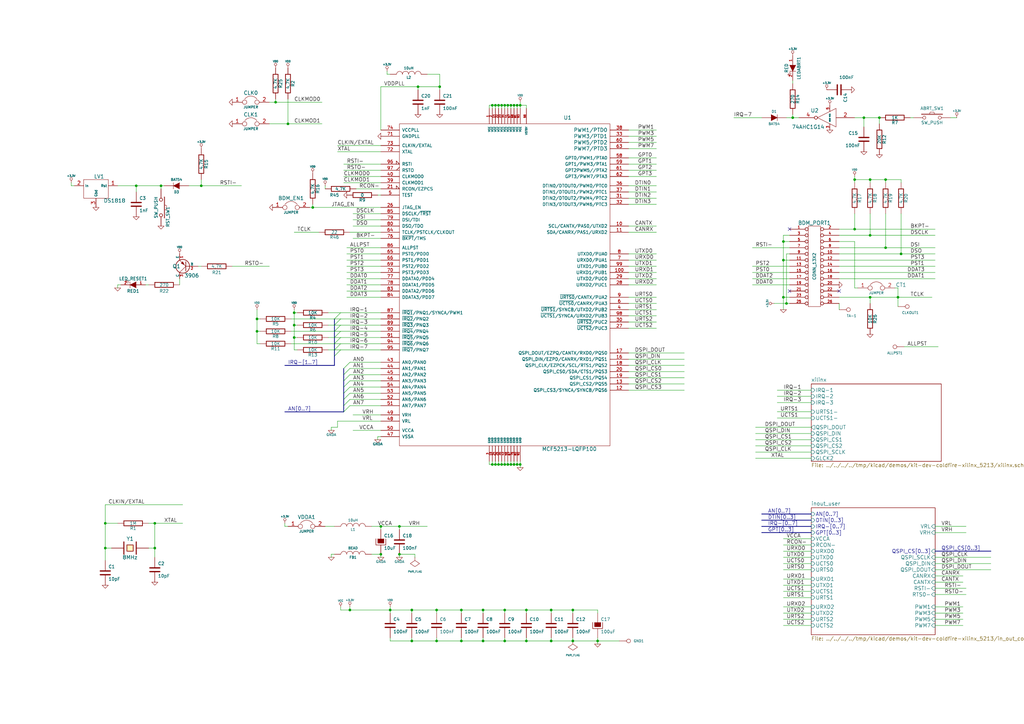
<source format=kicad_sch>
(kicad_sch (version 20230121) (generator eeschema)
  (paper "A3")
  (title_block (title "Dev kit coldfire 5213") (date "8 feb 2008") (rev "0"))
  (junction (at 189.23 250.19))
  (junction (at 207.01 262.89))
  (junction (at 201.93 190.5))
  (junction (at 113.03 41.91))
  (junction (at 321.31 121.92))
  (junction (at 350.52 93.98))
  (junction (at 209.55 43.18))
  (junction (at 198.12 250.19))
  (junction (at 205.74 190.5))
  (junction (at 120.65 128.27))
  (junction (at 321.31 99.06))
  (junction (at 356.87 121.92))
  (junction (at 163.83 215.9))
  (junction (at 356.87 73.66))
  (junction (at 171.45 35.56))
  (junction (at 245.11 262.89))
  (junction (at 63.5 214.63))
  (junction (at 43.18 214.63))
  (junction (at 143.51 250.19))
  (junction (at 207.01 43.18))
  (junction (at 234.95 250.19))
  (junction (at 43.18 224.79))
  (junction (at 66.04 76.2))
  (junction (at 356.87 96.52))
  (junction (at 212.09 190.5))
  (junction (at 363.22 73.66))
  (junction (at 105.41 135.89))
  (junction (at 203.2 43.18))
  (junction (at 213.36 43.18))
  (junction (at 213.36 190.5))
  (junction (at 189.23 262.89))
  (junction (at 163.83 227.33))
  (junction (at 82.55 76.2))
  (junction (at 210.82 43.18))
  (junction (at 156.21 215.9))
  (junction (at 215.9 262.89))
  (junction (at 209.55 190.5))
  (junction (at 63.5 224.79))
  (junction (at 55.88 76.2))
  (junction (at 321.31 106.68))
  (junction (at 168.91 250.19))
  (junction (at 204.47 190.5))
  (junction (at 360.68 48.26))
  (junction (at 226.06 262.89))
  (junction (at 128.27 85.09))
  (junction (at 120.65 138.43))
  (junction (at 168.91 262.89))
  (junction (at 208.28 190.5))
  (junction (at 201.93 43.18))
  (junction (at 210.82 190.5))
  (junction (at 354.33 48.26))
  (junction (at 156.21 227.33))
  (junction (at 198.12 262.89))
  (junction (at 207.01 250.19))
  (junction (at 179.07 262.89))
  (junction (at 205.74 43.18))
  (junction (at 369.57 104.14))
  (junction (at 350.52 73.66))
  (junction (at 322.58 124.46))
  (junction (at 226.06 250.19))
  (junction (at 160.02 250.19))
  (junction (at 120.65 133.35))
  (junction (at 215.9 250.19))
  (junction (at 207.01 190.5))
  (junction (at 363.22 101.6))
  (junction (at 234.95 262.89))
  (junction (at 204.47 43.18))
  (junction (at 325.12 48.26))
  (junction (at 118.11 50.8))
  (junction (at 203.2 190.5))
  (junction (at 105.41 130.81))
  (junction (at 368.3 121.92))
  (junction (at 212.09 43.18))
  (junction (at 180.34 35.56))
  (junction (at 208.28 43.18))
  (junction (at 179.07 250.19))
  (no_connect (at 323.85 93.98))
  (no_connect (at 344.17 119.38))
  (no_connect (at 323.85 119.38))
  (bus_entry (at 140.97 163.83) (size 2.54 -2.54))
  (bus_entry (at 140.97 166.37) (size 2.54 -2.54))
  (bus_entry (at 140.97 156.21) (size 2.54 -2.54))
  (bus_entry (at 140.97 153.67) (size 2.54 -2.54))
  (bus_entry (at 137.16 143.51) (size 2.54 -2.54))
  (bus_entry (at 140.97 161.29) (size 2.54 -2.54))
  (bus_entry (at 137.16 133.35) (size 2.54 -2.54))
  (bus_entry (at 140.97 158.75) (size 2.54 -2.54))
  (bus_entry (at 137.16 146.05) (size 2.54 -2.54))
  (bus_entry (at 140.97 168.91) (size 2.54 -2.54))
  (bus_entry (at 137.16 138.43) (size 2.54 -2.54))
  (bus_entry (at 140.97 151.13) (size 2.54 -2.54))
  (bus_entry (at 137.16 140.97) (size 2.54 -2.54))
  (bus_entry (at 137.16 130.81) (size 2.54 -2.54))
  (bus_entry (at 137.16 135.89) (size 2.54 -2.54))
  (wire (pts (xy 332.74 175.26) (xy 309.88 175.26)))
  (wire (pts (xy 325.12 48.26) (xy 322.58 48.26)))
  (wire (pts (xy 215.9 262.89) (xy 226.06 262.89)))
  (wire (pts (xy 156.21 179.07) (xy 154.94 179.07)))
  (wire (pts (xy 215.9 250.19) (xy 215.9 251.46)))
  (wire (pts (xy 43.18 207.01) (xy 43.18 214.63)))
  (wire (pts (xy 234.95 250.19) (xy 245.11 250.19)))
  (wire (pts (xy 269.24 95.25) (xy 257.81 95.25)))
  (bus (pts (xy 140.97 156.21) (xy 140.97 158.75)))
  (wire (pts (xy 234.95 251.46) (xy 234.95 250.19)))
  (wire (pts (xy 120.65 133.35) (xy 120.65 128.27)))
  (wire (pts (xy 156.21 176.53) (xy 144.78 176.53)))
  (wire (pts (xy 350.52 48.26) (xy 354.33 48.26)))
  (wire (pts (xy 156.21 77.47) (xy 146.05 77.47)))
  (wire (pts (xy 132.08 41.91) (xy 113.03 41.91)))
  (wire (pts (xy 323.85 109.22) (xy 308.61 109.22)))
  (wire (pts (xy 63.5 214.63) (xy 60.96 214.63)))
  (wire (pts (xy 354.33 52.07) (xy 354.33 48.26)))
  (wire (pts (xy 321.31 96.52) (xy 323.85 96.52)))
  (wire (pts (xy 383.54 96.52) (xy 356.87 96.52)))
  (wire (pts (xy 66.04 76.2) (xy 67.31 76.2)))
  (wire (pts (xy 269.24 72.39) (xy 257.81 72.39)))
  (wire (pts (xy 55.88 76.2) (xy 66.04 76.2)))
  (wire (pts (xy 382.27 121.92) (xy 368.3 121.92)))
  (wire (pts (xy 105.41 135.89) (xy 105.41 130.81)))
  (wire (pts (xy 144.78 97.79) (xy 156.21 97.79)))
  (wire (pts (xy 269.24 121.92) (xy 257.81 121.92)))
  (wire (pts (xy 179.07 250.19) (xy 189.23 250.19)))
  (wire (pts (xy 180.34 35.56) (xy 171.45 35.56)))
  (wire (pts (xy 156.21 163.83) (xy 143.51 163.83)))
  (wire (pts (xy 121.92 143.51) (xy 120.65 143.51)))
  (wire (pts (xy 350.52 99.06) (xy 350.52 118.11)))
  (wire (pts (xy 118.11 50.8) (xy 110.49 50.8)))
  (wire (pts (xy 215.9 43.18) (xy 213.36 43.18)))
  (wire (pts (xy 156.21 111.76) (xy 142.24 111.76)))
  (wire (pts (xy 350.52 93.98) (xy 344.17 93.98)))
  (wire (pts (xy 356.87 121.92) (xy 356.87 124.46)))
  (bus (pts (xy 312.42 215.9) (xy 332.74 215.9)))
  (wire (pts (xy 140.97 69.85) (xy 156.21 69.85)))
  (bus (pts (xy 137.16 135.89) (xy 137.16 133.35)))
  (wire (pts (xy 322.58 104.14) (xy 322.58 124.46)))
  (wire (pts (xy 344.17 101.6) (xy 363.22 101.6)))
  (wire (pts (xy 158.75 30.48) (xy 158.75 29.21)))
  (wire (pts (xy 327.66 48.26) (xy 325.12 48.26)))
  (wire (pts (xy 175.26 30.48) (xy 180.34 30.48)))
  (wire (pts (xy 332.74 228.6) (xy 321.31 228.6)))
  (wire (pts (xy 363.22 87.63) (xy 363.22 101.6)))
  (wire (pts (xy 139.7 140.97) (xy 137.16 140.97)))
  (wire (pts (xy 203.2 190.5) (xy 201.93 190.5)))
  (wire (pts (xy 63.5 224.79) (xy 63.5 228.6)))
  (wire (pts (xy 257.81 149.86) (xy 280.67 149.86)))
  (wire (pts (xy 332.74 226.06) (xy 321.31 226.06)))
  (wire (pts (xy 356.87 96.52) (xy 344.17 96.52)))
  (wire (pts (xy 49.53 116.84) (xy 48.26 116.84)))
  (wire (pts (xy 138.43 62.23) (xy 156.21 62.23)))
  (wire (pts (xy 137.16 138.43) (xy 134.62 138.43)))
  (wire (pts (xy 369.57 104.14) (xy 344.17 104.14)))
  (wire (pts (xy 156.21 161.29) (xy 143.51 161.29)))
  (wire (pts (xy 43.18 224.79) (xy 45.72 224.79)))
  (wire (pts (xy 144.78 87.63) (xy 156.21 87.63)))
  (wire (pts (xy 118.11 215.9) (xy 116.84 215.9)))
  (wire (pts (xy 116.84 215.9) (xy 116.84 214.63)))
  (wire (pts (xy 203.2 43.18) (xy 201.93 43.18)))
  (wire (pts (xy 308.61 101.6) (xy 323.85 101.6)))
  (wire (pts (xy 43.18 214.63) (xy 48.26 214.63)))
  (wire (pts (xy 168.91 261.62) (xy 168.91 262.89)))
  (wire (pts (xy 332.74 251.46) (xy 321.31 251.46)))
  (wire (pts (xy 156.21 101.6) (xy 142.24 101.6)))
  (wire (pts (xy 48.26 76.2) (xy 55.88 76.2)))
  (wire (pts (xy 383.54 231.14) (xy 406.4 231.14)))
  (wire (pts (xy 156.21 138.43) (xy 139.7 138.43)))
  (wire (pts (xy 309.88 187.96) (xy 332.74 187.96)))
  (wire (pts (xy 207.01 262.89) (xy 215.9 262.89)))
  (wire (pts (xy 208.28 190.5) (xy 208.28 189.23)))
  (bus (pts (xy 140.97 158.75) (xy 140.97 161.29)))
  (wire (pts (xy 128.27 85.09) (xy 127 85.09)))
  (wire (pts (xy 143.51 250.19) (xy 160.02 250.19)))
  (bus (pts (xy 140.97 163.83) (xy 140.97 166.37)))
  (wire (pts (xy 383.54 111.76) (xy 344.17 111.76)))
  (wire (pts (xy 204.47 43.18) (xy 204.47 44.45)))
  (wire (pts (xy 163.83 215.9) (xy 175.26 215.9)))
  (wire (pts (xy 394.97 254) (xy 383.54 254)))
  (wire (pts (xy 203.2 43.18) (xy 203.2 44.45)))
  (wire (pts (xy 201.93 190.5) (xy 201.93 189.23)))
  (wire (pts (xy 73.66 114.3) (xy 73.66 116.84)))
  (wire (pts (xy 269.24 64.77) (xy 257.81 64.77)))
  (wire (pts (xy 269.24 104.14) (xy 257.81 104.14)))
  (wire (pts (xy 269.24 106.68) (xy 257.81 106.68)))
  (wire (pts (xy 135.89 176.53) (xy 135.89 175.26)))
  (wire (pts (xy 300.99 48.26) (xy 312.42 48.26)))
  (wire (pts (xy 60.96 224.79) (xy 63.5 224.79)))
  (wire (pts (xy 368.3 121.92) (xy 356.87 121.92)))
  (wire (pts (xy 128.27 83.82) (xy 128.27 85.09)))
  (wire (pts (xy 48.26 116.84) (xy 48.26 118.11)))
  (wire (pts (xy 318.77 160.02) (xy 332.74 160.02)))
  (wire (pts (xy 137.16 133.35) (xy 134.62 133.35)))
  (wire (pts (xy 106.68 140.97) (xy 105.41 140.97)))
  (wire (pts (xy 332.74 233.68) (xy 321.31 233.68)))
  (wire (pts (xy 156.21 143.51) (xy 139.7 143.51)))
  (wire (pts (xy 269.24 69.85) (xy 257.81 69.85)))
  (wire (pts (xy 138.43 175.26) (xy 138.43 172.72)))
  (wire (pts (xy 226.06 262.89) (xy 226.06 261.62)))
  (wire (pts (xy 321.31 106.68) (xy 323.85 106.68)))
  (wire (pts (xy 226.06 262.89) (xy 234.95 262.89)))
  (wire (pts (xy 118.11 40.64) (xy 118.11 50.8)))
  (wire (pts (xy 105.41 135.89) (xy 106.68 135.89)))
  (wire (pts (xy 226.06 250.19) (xy 234.95 250.19)))
  (wire (pts (xy 207.01 43.18) (xy 207.01 44.45)))
  (wire (pts (xy 139.7 128.27) (xy 134.62 128.27)))
  (bus (pts (xy 140.97 153.67) (xy 140.97 156.21)))
  (wire (pts (xy 168.91 250.19) (xy 179.07 250.19)))
  (wire (pts (xy 213.36 190.5) (xy 213.36 191.77)))
  (wire (pts (xy 179.07 250.19) (xy 179.07 251.46)))
  (wire (pts (xy 132.08 50.8) (xy 118.11 50.8)))
  (wire (pts (xy 363.22 73.66) (xy 363.22 74.93)))
  (wire (pts (xy 210.82 43.18) (xy 210.82 44.45)))
  (wire (pts (xy 269.24 53.34) (xy 257.81 53.34)))
  (wire (pts (xy 212.09 43.18) (xy 210.82 43.18)))
  (wire (pts (xy 82.55 109.22) (xy 81.28 109.22)))
  (wire (pts (xy 156.21 121.92) (xy 142.24 121.92)))
  (wire (pts (xy 200.66 190.5) (xy 200.66 189.23)))
  (wire (pts (xy 139.7 133.35) (xy 137.16 133.35)))
  (wire (pts (xy 323.85 104.14) (xy 322.58 104.14)))
  (wire (pts (xy 321.31 121.92) (xy 321.31 106.68)))
  (wire (pts (xy 171.45 35.56) (xy 156.21 35.56)))
  (wire (pts (xy 210.82 190.5) (xy 209.55 190.5)))
  (wire (pts (xy 120.65 128.27) (xy 120.65 127)))
  (wire (pts (xy 179.07 262.89) (xy 189.23 262.89)))
  (wire (pts (xy 135.89 227.33) (xy 135.89 228.6)))
  (wire (pts (xy 257.81 147.32) (xy 280.67 147.32)))
  (wire (pts (xy 140.97 67.31) (xy 156.21 67.31)))
  (wire (pts (xy 204.47 190.5) (xy 204.47 189.23)))
  (wire (pts (xy 269.24 111.76) (xy 257.81 111.76)))
  (wire (pts (xy 332.74 231.14) (xy 321.31 231.14)))
  (wire (pts (xy 156.21 104.14) (xy 142.24 104.14)))
  (wire (pts (xy 269.24 129.54) (xy 257.81 129.54)))
  (wire (pts (xy 82.55 76.2) (xy 99.06 76.2)))
  (wire (pts (xy 43.18 224.79) (xy 43.18 229.87)))
  (wire (pts (xy 383.54 114.3) (xy 344.17 114.3)))
  (wire (pts (xy 269.24 134.62) (xy 257.81 134.62)))
  (wire (pts (xy 269.24 81.28) (xy 257.81 81.28)))
  (wire (pts (xy 332.74 256.54) (xy 321.31 256.54)))
  (wire (pts (xy 354.33 48.26) (xy 360.68 48.26)))
  (wire (pts (xy 207.01 250.19) (xy 207.01 251.46)))
  (wire (pts (xy 323.85 116.84) (xy 308.61 116.84)))
  (wire (pts (xy 209.55 43.18) (xy 208.28 43.18)))
  (wire (pts (xy 137.16 135.89) (xy 119.38 135.89)))
  (wire (pts (xy 257.81 154.94) (xy 280.67 154.94)))
  (wire (pts (xy 344.17 99.06) (xy 350.52 99.06)))
  (wire (pts (xy 160.02 262.89) (xy 168.91 262.89)))
  (wire (pts (xy 189.23 262.89) (xy 189.23 261.62)))
  (wire (pts (xy 156.21 153.67) (xy 143.51 153.67)))
  (wire (pts (xy 318.77 171.45) (xy 332.74 171.45)))
  (wire (pts (xy 156.21 85.09) (xy 128.27 85.09)))
  (wire (pts (xy 156.21 130.81) (xy 139.7 130.81)))
  (wire (pts (xy 138.43 59.69) (xy 156.21 59.69)))
  (wire (pts (xy 160.02 250.19) (xy 168.91 250.19)))
  (wire (pts (xy 105.41 130.81) (xy 105.41 127)))
  (wire (pts (xy 383.54 233.68) (xy 406.4 233.68)))
  (wire (pts (xy 257.81 144.78) (xy 280.67 144.78)))
  (wire (pts (xy 156.21 109.22) (xy 142.24 109.22)))
  (wire (pts (xy 82.55 73.66) (xy 82.55 76.2)))
  (wire (pts (xy 137.16 143.51) (xy 134.62 143.51)))
  (wire (pts (xy 269.24 55.88) (xy 257.81 55.88)))
  (wire (pts (xy 66.04 77.47) (xy 66.04 76.2)))
  (wire (pts (xy 156.21 148.59) (xy 143.51 148.59)))
  (wire (pts (xy 137.16 130.81) (xy 119.38 130.81)))
  (wire (pts (xy 135.89 175.26) (xy 138.43 175.26)))
  (wire (pts (xy 133.35 77.47) (xy 133.35 76.2)))
  (bus (pts (xy 137.16 146.05) (xy 137.16 143.51)))
  (wire (pts (xy 180.34 35.56) (xy 180.34 36.83)))
  (wire (pts (xy 205.74 190.5) (xy 204.47 190.5)))
  (wire (pts (xy 350.52 73.66) (xy 350.52 72.39)))
  (wire (pts (xy 321.31 121.92) (xy 323.85 121.92)))
  (wire (pts (xy 332.74 180.34) (xy 309.88 180.34)))
  (wire (pts (xy 208.28 43.18) (xy 208.28 44.45)))
  (wire (pts (xy 321.31 223.52) (xy 332.74 223.52)))
  (wire (pts (xy 156.21 128.27) (xy 139.7 128.27)))
  (wire (pts (xy 200.66 44.45) (xy 200.66 43.18)))
  (wire (pts (xy 384.81 142.24) (xy 370.84 142.24)))
  (wire (pts (xy 139.7 135.89) (xy 137.16 135.89)))
  (wire (pts (xy 394.97 238.76) (xy 383.54 238.76)))
  (wire (pts (xy 171.45 36.83) (xy 171.45 35.56)))
  (wire (pts (xy 269.24 114.3) (xy 257.81 114.3)))
  (wire (pts (xy 332.74 242.57) (xy 321.31 242.57)))
  (wire (pts (xy 332.74 254) (xy 321.31 254)))
  (wire (pts (xy 203.2 190.5) (xy 203.2 189.23)))
  (wire (pts (xy 245.11 250.19) (xy 245.11 251.46)))
  (wire (pts (xy 323.85 124.46) (xy 322.58 124.46)))
  (wire (pts (xy 189.23 250.19) (xy 198.12 250.19)))
  (wire (pts (xy 332.74 237.49) (xy 321.31 237.49)))
  (wire (pts (xy 189.23 250.19) (xy 189.23 251.46)))
  (wire (pts (xy 318.77 165.1) (xy 332.74 165.1)))
  (wire (pts (xy 356.87 73.66) (xy 356.87 74.93)))
  (wire (pts (xy 394.97 236.22) (xy 383.54 236.22)))
  (wire (pts (xy 245.11 262.89) (xy 245.11 261.62)))
  (wire (pts (xy 269.24 127) (xy 257.81 127)))
  (wire (pts (xy 318.77 162.56) (xy 332.74 162.56)))
  (wire (pts (xy 396.24 218.44) (xy 383.54 218.44)))
  (wire (pts (xy 257.81 157.48) (xy 280.67 157.48)))
  (wire (pts (xy 383.54 228.6) (xy 406.4 228.6)))
  (bus (pts (xy 137.16 143.51) (xy 137.16 140.97)))
  (wire (pts (xy 113.03 40.64) (xy 113.03 41.91)))
  (wire (pts (xy 144.78 170.18) (xy 156.21 170.18)))
  (wire (pts (xy 394.97 248.92) (xy 383.54 248.92)))
  (wire (pts (xy 205.74 190.5) (xy 205.74 189.23)))
  (wire (pts (xy 321.31 127) (xy 321.31 121.92)))
  (wire (pts (xy 332.74 248.92) (xy 321.31 248.92)))
  (wire (pts (xy 74.93 214.63) (xy 63.5 214.63)))
  (wire (pts (xy 269.24 58.42) (xy 257.81 58.42)))
  (wire (pts (xy 156.21 158.75) (xy 143.51 158.75)))
  (wire (pts (xy 168.91 250.19) (xy 168.91 251.46)))
  (wire (pts (xy 344.17 124.46) (xy 344.17 127)))
  (wire (pts (xy 180.34 30.48) (xy 180.34 35.56)))
  (wire (pts (xy 74.93 207.01) (xy 43.18 207.01)))
  (wire (pts (xy 139.7 138.43) (xy 137.16 138.43)))
  (wire (pts (xy 208.28 43.18) (xy 207.01 43.18)))
  (wire (pts (xy 95.25 109.22) (xy 110.49 109.22)))
  (bus (pts (xy 137.16 149.86) (xy 137.16 146.05)))
  (wire (pts (xy 201.93 190.5) (xy 200.66 190.5)))
  (wire (pts (xy 323.85 111.76) (xy 308.61 111.76)))
  (wire (pts (xy 207.01 262.89) (xy 207.01 261.62)))
  (wire (pts (xy 383.54 243.84) (xy 396.24 243.84)))
  (wire (pts (xy 156.21 166.37) (xy 143.51 166.37)))
  (wire (pts (xy 156.21 35.56) (xy 156.21 53.34)))
  (wire (pts (xy 350.52 87.63) (xy 350.52 93.98)))
  (wire (pts (xy 215.9 250.19) (xy 226.06 250.19)))
  (wire (pts (xy 323.85 114.3) (xy 308.61 114.3)))
  (wire (pts (xy 198.12 250.19) (xy 198.12 251.46)))
  (wire (pts (xy 139.7 143.51) (xy 137.16 143.51)))
  (wire (pts (xy 360.68 48.26) (xy 360.68 50.8)))
  (wire (pts (xy 156.21 156.21) (xy 143.51 156.21)))
  (wire (pts (xy 321.31 99.06) (xy 321.31 96.52)))
  (wire (pts (xy 156.21 151.13) (xy 143.51 151.13)))
  (wire (pts (xy 356.87 73.66) (xy 363.22 73.66)))
  (wire (pts (xy 269.24 67.31) (xy 257.81 67.31)))
  (wire (pts (xy 160.02 261.62) (xy 160.02 262.89)))
  (bus (pts (xy 137.16 133.35) (xy 137.16 130.81)))
  (wire (pts (xy 207.01 190.5) (xy 205.74 190.5)))
  (wire (pts (xy 210.82 43.18) (xy 209.55 43.18)))
  (wire (pts (xy 170.18 227.33) (xy 163.83 227.33)))
  (wire (pts (xy 374.65 48.26) (xy 373.38 48.26)))
  (bus (pts (xy 312.42 213.36) (xy 332.74 213.36)))
  (wire (pts (xy 160.02 30.48) (xy 158.75 30.48)))
  (wire (pts (xy 152.4 215.9) (xy 156.21 215.9)))
  (wire (pts (xy 383.54 93.98) (xy 350.52 93.98)))
  (wire (pts (xy 77.47 76.2) (xy 82.55 76.2)))
  (wire (pts (xy 383.54 241.3) (xy 396.24 241.3)))
  (bus (pts (xy 312.42 210.82) (xy 332.74 210.82)))
  (wire (pts (xy 269.24 124.46) (xy 257.81 124.46)))
  (wire (pts (xy 43.18 214.63) (xy 43.18 224.79)))
  (wire (pts (xy 29.21 76.2) (xy 30.48 76.2)))
  (wire (pts (xy 207.01 250.19) (xy 215.9 250.19)))
  (wire (pts (xy 369.57 87.63) (xy 369.57 104.14)))
  (wire (pts (xy 207.01 190.5) (xy 207.01 189.23)))
  (wire (pts (xy 201.93 43.18) (xy 200.66 43.18)))
  (wire (pts (xy 198.12 262.89) (xy 198.12 261.62)))
  (wire (pts (xy 120.65 128.27) (xy 121.92 128.27)))
  (wire (pts (xy 269.24 76.2) (xy 257.81 76.2)))
  (wire (pts (xy 156.21 95.25) (xy 143.51 95.25)))
  (wire (pts (xy 156.21 215.9) (xy 163.83 215.9)))
  (bus (pts (xy 312.42 218.44) (xy 332.74 218.44)))
  (wire (pts (xy 120.65 133.35) (xy 121.92 133.35)))
  (wire (pts (xy 138.43 172.72) (xy 156.21 172.72)))
  (wire (pts (xy 144.78 90.17) (xy 156.21 90.17)))
  (bus (pts (xy 137.16 140.97) (xy 137.16 138.43)))
  (wire (pts (xy 105.41 130.81) (xy 106.68 130.81)))
  (wire (pts (xy 139.7 250.19) (xy 143.51 250.19)))
  (wire (pts (xy 55.88 76.2) (xy 55.88 78.74)))
  (wire (pts (xy 356.87 87.63) (xy 356.87 96.52)))
  (wire (pts (xy 210.82 190.5) (xy 210.82 189.23)))
  (wire (pts (xy 369.57 73.66) (xy 369.57 74.93)))
  (wire (pts (xy 234.95 262.89) (xy 234.95 261.62)))
  (wire (pts (xy 137.16 227.33) (xy 135.89 227.33)))
  (wire (pts (xy 137.16 140.97) (xy 119.38 140.97)))
  (wire (pts (xy 321.31 106.68) (xy 321.31 99.06)))
  (wire (pts (xy 321.31 220.98) (xy 332.74 220.98)))
  (wire (pts (xy 392.43 48.26) (xy 389.89 48.26)))
  (wire (pts (xy 63.5 214.63) (xy 63.5 224.79)))
  (wire (pts (xy 105.41 140.97) (xy 105.41 135.89)))
  (wire (pts (xy 179.07 262.89) (xy 179.07 261.62)))
  (wire (pts (xy 394.97 256.54) (xy 383.54 256.54)))
  (wire (pts (xy 269.24 116.84) (xy 257.81 116.84)))
  (wire (pts (xy 205.74 43.18) (xy 204.47 43.18)))
  (bus (pts (xy 116.84 149.86) (xy 137.16 149.86)))
  (wire (pts (xy 139.7 250.19) (xy 139.7 248.92)))
  (wire (pts (xy 269.24 132.08) (xy 257.81 132.08)))
  (wire (pts (xy 130.81 95.25) (xy 120.65 95.25)))
  (wire (pts (xy 156.21 116.84) (xy 142.24 116.84)))
  (wire (pts (xy 363.22 73.66) (xy 369.57 73.66)))
  (wire (pts (xy 383.54 106.68) (xy 344.17 106.68)))
  (wire (pts (xy 363.22 101.6) (xy 383.54 101.6)))
  (wire (pts (xy 154.94 179.07) (xy 154.94 180.34)))
  (wire (pts (xy 156.21 217.17) (xy 156.21 215.9)))
  (wire (pts (xy 213.36 43.18) (xy 213.36 44.45)))
  (wire (pts (xy 209.55 190.5) (xy 209.55 189.23)))
  (wire (pts (xy 201.93 44.45) (xy 201.93 43.18)))
  (wire (pts (xy 368.3 125.73) (xy 368.3 121.92)))
  (wire (pts (xy 212.09 190.5) (xy 210.82 190.5)))
  (wire (pts (xy 209.55 43.18) (xy 209.55 44.45)))
  (wire (pts (xy 168.91 262.89) (xy 179.07 262.89)))
  (wire (pts (xy 332.74 240.03) (xy 321.31 240.03)))
  (wire (pts (xy 396.24 215.9) (xy 383.54 215.9)))
  (wire (pts (xy 204.47 43.18) (xy 203.2 43.18)))
  (wire (pts (xy 356.87 121.92) (xy 344.17 121.92)))
  (wire (pts (xy 213.36 189.23) (xy 213.36 190.5)))
  (wire (pts (xy 120.65 143.51) (xy 120.65 138.43)))
  (wire (pts (xy 350.52 74.93) (xy 350.52 73.66)))
  (wire (pts (xy 325.12 34.29) (xy 325.12 33.02)))
  (wire (pts (xy 245.11 264.16) (xy 245.11 262.89)))
  (bus (pts (xy 140.97 161.29) (xy 140.97 163.83)))
  (wire (pts (xy 156.21 133.35) (xy 139.7 133.35)))
  (wire (pts (xy 332.74 245.11) (xy 321.31 245.11)))
  (wire (pts (xy 383.54 109.22) (xy 344.17 109.22)))
  (wire (pts (xy 322.58 124.46) (xy 317.5 124.46)))
  (wire (pts (xy 60.96 116.84) (xy 59.69 116.84)))
  (wire (pts (xy 160.02 251.46) (xy 160.02 250.19)))
  (wire (pts (xy 257.81 160.02) (xy 280.67 160.02)))
  (wire (pts (xy 120.65 138.43) (xy 120.65 133.35)))
  (wire (pts (xy 245.11 262.89) (xy 254 262.89)))
  (wire (pts (xy 143.51 248.92) (xy 143.51 250.19)))
  (wire (pts (xy 29.21 74.93) (xy 29.21 76.2)))
  (wire (pts (xy 351.79 118.11) (xy 350.52 118.11)))
  (wire (pts (xy 205.74 43.18) (xy 205.74 44.45)))
  (wire (pts (xy 368.3 121.92) (xy 368.3 118.11)))
  (bus (pts (xy 140.97 151.13) (xy 140.97 153.67)))
  (wire (pts (xy 215.9 44.45) (xy 215.9 43.18)))
  (wire (pts (xy 234.95 262.89) (xy 245.11 262.89)))
  (wire (pts (xy 318.77 168.91) (xy 332.74 168.91)))
  (bus (pts (xy 137.16 138.43) (xy 137.16 135.89)))
  (wire (pts (xy 323.85 99.06) (xy 321.31 99.06)))
  (wire (pts (xy 139.7 130.81) (xy 137.16 130.81)))
  (wire (pts (xy 332.74 182.88) (xy 309.88 182.88)))
  (wire (pts (xy 156.21 114.3) (xy 142.24 114.3)))
  (bus (pts (xy 140.97 168.91) (xy 116.84 168.91)))
  (wire (pts (xy 212.09 189.23) (xy 212.09 190.5)))
  (wire (pts (xy 140.97 72.39) (xy 156.21 72.39)))
  (wire (pts (xy 269.24 60.96) (xy 257.81 60.96)))
  (wire (pts (xy 257.81 152.4) (xy 280.67 152.4)))
  (wire (pts (xy 140.97 74.93) (xy 156.21 74.93)))
  (bus (pts (xy 140.97 166.37) (xy 140.97 168.91)))
  (wire (pts (xy 207.01 43.18) (xy 205.74 43.18)))
  (wire (pts (xy 121.92 138.43) (xy 120.65 138.43)))
  (wire (pts (xy 332.74 177.8) (xy 309.88 177.8)))
  (wire (pts (xy 198.12 262.89) (xy 207.01 262.89)))
  (wire (pts (xy 156.21 135.89) (xy 139.7 135.89)))
  (wire (pts (xy 368.3 118.11) (xy 367.03 118.11)))
  (wire (pts (xy 325.12 46.99) (xy 325.12 48.26)))
  (wire (pts (xy 156.21 106.68) (xy 142.24 106.68)))
  (wire (pts (xy 208.28 190.5) (xy 207.01 190.5)))
  (wire (pts (xy 213.36 190.5) (xy 212.09 190.5)))
  (wire (pts (xy 156.21 140.97) (xy 139.7 140.97)))
  (wire (pts (xy 144.78 92.71) (xy 156.21 92.71)))
  (wire (pts (xy 198.12 250.19) (xy 207.01 250.19)))
  (wire (pts (xy 212.09 43.18) (xy 212.09 44.45)))
  (wire (pts (xy 269.24 109.22) (xy 257.81 109.22)))
  (bus (pts (xy 406.4 226.06) (xy 383.54 226.06)))
  (wire (pts (xy 213.36 43.18) (xy 212.09 43.18)))
  (wire (pts (xy 170.18 227.33) (xy 170.18 228.6)))
  (wire (pts (xy 204.47 190.5) (xy 203.2 190.5)))
  (wire (pts (xy 160.02 250.19) (xy 160.02 248.92)))
  (wire (pts (xy 152.4 227.33) (xy 156.21 227.33)))
  (wire (pts (xy 350.52 73.66) (xy 356.87 73.66)))
  (wire (pts (xy 133.35 215.9) (xy 137.16 215.9)))
  (wire (pts (xy 156.21 119.38) (xy 142.24 119.38)))
  (wire (pts (xy 163.83 215.9) (xy 163.83 217.17)))
  (wire (pts (xy 332.74 185.42) (xy 309.88 185.42)))
  (wire (pts (xy 113.03 41.91) (xy 110.49 41.91)))
  (wire (pts (xy 156.21 227.33) (xy 156.21 228.6)))
  (wire (pts (xy 269.24 92.71) (xy 257.81 92.71)))
  (wire (pts (xy 269.24 78.74) (xy 257.81 78.74)))
  (wire (pts (xy 394.97 251.46) (xy 383.54 251.46)))
  (wire (pts (xy 383.54 104.14) (xy 369.57 104.14)))
  (wire (pts (xy 189.23 262.89) (xy 198.12 262.89)))
  (wire (pts (xy 213.36 41.91) (xy 213.36 43.18)))
  (wire (pts (xy 269.24 83.82) (xy 257.81 83.82)))
  (wire (pts (xy 209.55 190.5) (xy 208.28 190.5)))
  (wire (pts (xy 226.06 250.19) (xy 226.06 251.46)))
  (wire (pts (xy 156.21 80.01) (xy 154.94 80.01)))
  (wire (pts (xy 163.83 227.33) (xy 163.83 228.6)))
  (wire (pts (xy 215.9 262.89) (xy 215.9 261.62)))
  (label "AN[0..7]" (at 118.11 168.91 0) (effects (font (size 1.524 1.524))))
  (label "VRL" (at 148.59 172.72 0) (effects (font (size 1.524 1.524))))
  (label "QSPI_DIN" (at 386.08 231.14 0) (effects (font (size 1.524 1.524))))
  (label "QSPI_DIN" (at 313.69 177.8 0) (effects (font (size 1.524 1.524))))
  (label "IRQ-7" (at 300.99 48.26 0) (effects (font (size 1.524 1.524))))
  (label "URXD2" (at 260.35 116.84 0) (effects (font (size 1.524 1.524))))
  (label "UCTS0" (at 322.58 231.14 0) (effects (font (size 1.524 1.524))))
  (label "ALLPST" (at 143.51 101.6 0) (effects (font (size 1.524 1.524))))
  (label "IRQ-2" (at 321.31 162.56 0) (effects (font (size 1.524 1.524))))
  (label "DSPI_DOUT" (at 386.08 233.68 0) (effects (font (size 1.524 1.524))))
  (label "PST2" (at 143.51 109.22 0) (effects (font (size 1.524 1.524))))
  (label "QSPI_CLK" (at 313.69 185.42 0) (effects (font (size 1.524 1.524))))
  (label "DTIN3" (at 260.35 83.82 0) (effects (font (size 1.524 1.524))))
  (label "ALLPST" (at 372.11 142.24 0) (effects (font (size 1.524 1.524))))
  (label "GPT[0..3]" (at 314.96 218.44 0) (effects (font (size 1.524 1.524))))
  (label "XTAL" (at 138.43 62.23 0) (effects (font (size 1.524 1.524))))
  (label "BKPT-" (at 146.05 97.79 0) (effects (font (size 1.524 1.524))))
  (label "VRH" (at 148.59 170.18 0) (effects (font (size 1.524 1.524))))
  (label "XTAL" (at 67.31 214.63 0) (effects (font (size 1.524 1.524))))
  (label "CLKMOD1" (at 140.97 74.93 0) (effects (font (size 1.524 1.524))))
  (label "DDAT2" (at 143.51 119.38 0) (effects (font (size 1.524 1.524))))
  (label "RSTO-" (at 387.35 243.84 0) (effects (font (size 1.524 1.524))))
  (label "UCTS0" (at 260.35 124.46 0) (effects (font (size 1.524 1.524))))
  (label "CANRX" (at 260.35 95.25 0) (effects (font (size 1.524 1.524))))
  (label "QSPI_DIN" (at 260.35 147.32 0) (effects (font (size 1.524 1.524))))
  (label "QSPI_CS1" (at 260.35 154.94 0) (effects (font (size 1.524 1.524))))
  (label "AN0" (at 144.78 148.59 0) (effects (font (size 1.524 1.524))))
  (label "DTIN1" (at 260.35 78.74 0) (effects (font (size 1.524 1.524))))
  (label "CANRX" (at 386.08 236.22 0) (effects (font (size 1.524 1.524))))
  (label "RSTO-" (at 100.33 109.22 0) (effects (font (size 1.524 1.524))))
  (label "TCLK" (at 121.92 95.25 0) (effects (font (size 1.524 1.524))))
  (label "RCON-" (at 322.58 223.52 0) (effects (font (size 1.524 1.524))))
  (label "IRQ-4" (at 143.51 135.89 0) (effects (font (size 1.524 1.524))))
  (label "CANTX" (at 386.08 238.76 0) (effects (font (size 1.524 1.524))))
  (label "IRQ-2" (at 143.51 130.81 0) (effects (font (size 1.524 1.524))))
  (label "CLKIN/EXTAL" (at 138.43 59.69 0) (effects (font (size 1.524 1.524))))
  (label "DSI" (at 373.38 101.6 0) (effects (font (size 1.524 1.524))))
  (label "IRQ-3" (at 143.51 133.35 0) (effects (font (size 1.524 1.524))))
  (label "GPT1" (at 261.62 67.31 0) (effects (font (size 1.524 1.524))))
  (label "DSO" (at 373.38 104.14 0) (effects (font (size 1.524 1.524))))
  (label "QSPI_CLK" (at 386.08 228.6 0) (effects (font (size 1.524 1.524))))
  (label "CLKIN/EXTAL" (at 44.45 207.01 0) (effects (font (size 1.524 1.524))))
  (label "IRQ-5" (at 143.51 138.43 0) (effects (font (size 1.524 1.524))))
  (label "URTS1" (at 322.58 245.11 0) (effects (font (size 1.524 1.524))))
  (label "CLKMOD0" (at 140.97 72.39 0) (effects (font (size 1.524 1.524))))
  (label "IRQ-3" (at 321.31 165.1 0) (effects (font (size 1.524 1.524))))
  (label "VDDPLL" (at 157.48 35.56 0) (effects (font (size 1.524 1.524))))
  (label "DSPI_DOUT" (at 260.35 144.78 0) (effects (font (size 1.524 1.524))))
  (label "DSO" (at 146.05 92.71 0) (effects (font (size 1.524 1.524))))
  (label "UCTS1" (at 260.35 129.54 0) (effects (font (size 1.524 1.524))))
  (label "AN4" (at 144.78 158.75 0) (effects (font (size 1.524 1.524))))
  (label "UCTS1" (at 320.04 171.45 0) (effects (font (size 1.524 1.524))))
  (label "DSPI_DOUT" (at 313.69 175.26 0) (effects (font (size 1.524 1.524))))
  (label "VRH" (at 167.64 215.9 0) (effects (font (size 1.524 1.524))))
  (label "XTAL" (at 316.23 187.96 0) (effects (font (size 1.524 1.524))))
  (label "PST3" (at 143.51 111.76 0) (effects (font (size 1.524 1.524))))
  (label "PWM5" (at 387.35 254 0) (effects (font (size 1.524 1.524))))
  (label "AN7" (at 144.78 166.37 0) (effects (font (size 1.524 1.524))))
  (label "VRH" (at 386.08 218.44 0) (effects (font (size 1.524 1.524))))
  (label "RSTI-" (at 142.24 67.31 0) (effects (font (size 1.524 1.524))))
  (label "UTXD2" (at 260.35 114.3 0) (effects (font (size 1.524 1.524))))
  (label "AN6" (at 144.78 163.83 0) (effects (font (size 1.524 1.524))))
  (label "QSPI_CS3" (at 260.35 160.02 0) (effects (font (size 1.524 1.524))))
  (label "DTIN0" (at 260.35 76.2 0) (effects (font (size 1.524 1.524))))
  (label "VRL" (at 386.08 215.9 0) (effects (font (size 1.524 1.524))))
  (label "CLKMOD1" (at 120.65 50.8 0) (effects (font (size 1.524 1.524))))
  (label "URXD0" (at 260.35 106.68 0) (effects (font (size 1.524 1.524))))
  (label "PST0" (at 143.51 104.14 0) (effects (font (size 1.524 1.524))))
  (label "AN1" (at 144.78 151.13 0) (effects (font (size 1.524 1.524))))
  (label "URTS2" (at 322.58 254 0) (effects (font (size 1.524 1.524))))
  (label "DDAT3" (at 372.11 111.76 0) (effects (font (size 1.524 1.524))))
  (label "RSTO-" (at 142.24 69.85 0) (effects (font (size 1.524 1.524))))
  (label "URXD1" (at 260.35 111.76 0) (effects (font (size 1.524 1.524))))
  (label "DDAT2" (at 309.88 114.3 0) (effects (font (size 1.524 1.524))))
  (label "QSPI_CS0" (at 260.35 152.4 0) (effects (font (size 1.524 1.524))))
  (label "URXD0" (at 322.58 226.06 0) (effects (font (size 1.524 1.524))))
  (label "QSPI_CS1" (at 313.69 180.34 0) (effects (font (size 1.524 1.524))))
  (label "PST1" (at 373.38 109.22 0) (effects (font (size 1.524 1.524))))
  (label "TCLK" (at 373.38 121.92 0) (effects (font (size 1.524 1.524))))
  (label "IRQ-7" (at 143.51 143.51 0) (effects (font (size 1.524 1.524))))
  (label "GPT3" (at 261.62 72.39 0) (effects (font (size 1.524 1.524))))
  (label "DDAT1" (at 143.51 116.84 0) (effects (font (size 1.524 1.524))))
  (label "PWM3" (at 261.62 55.88 0) (effects (font (size 1.524 1.524))))
  (label "UCTS2" (at 260.35 134.62 0) (effects (font (size 1.524 1.524))))
  (label "PWM1" (at 387.35 248.92 0) (effects (font (size 1.524 1.524))))
  (label "URTS0" (at 260.35 121.92 0) (effects (font (size 1.524 1.524))))
  (label "PST1" (at 143.51 106.68 0) (effects (font (size 1.524 1.524))))
  (label "DDAT0" (at 309.88 116.84 0) (effects (font (size 1.524 1.524))))
  (label "PWM5" (at 261.62 58.42 0) (effects (font (size 1.524 1.524))))
  (label "URXD1" (at 322.58 237.49 0) (effects (font (size 1.524 1.524))))
  (label "UCTS1" (at 322.58 242.57 0) (effects (font (size 1.524 1.524))))
  (label "IRQ-1" (at 143.51 128.27 0) (effects (font (size 1.524 1.524))))
  (label "DDAT0" (at 143.51 114.3 0) (effects (font (size 1.524 1.524))))
  (label "IRQ-1" (at 321.31 160.02 0) (effects (font (size 1.524 1.524))))
  (label "QSPI_CS2" (at 313.69 182.88 0) (effects (font (size 1.524 1.524))))
  (label "UTXD0" (at 322.58 228.6 0) (effects (font (size 1.524 1.524))))
  (label "UTXD2" (at 322.58 251.46 0) (effects (font (size 1.524 1.524))))
  (label "URTS2" (at 260.35 132.08 0) (effects (font (size 1.524 1.524))))
  (label "AN3" (at 144.78 156.21 0) (effects (font (size 1.524 1.524))))
  (label "UTXD1" (at 322.58 240.03 0) (effects (font (size 1.524 1.524))))
  (label "URTS1" (at 320.04 168.91 0) (effects (font (size 1.524 1.524))))
  (label "IRQ-[1..7]" (at 118.11 149.86 0) (effects (font (size 1.524 1.524))))
  (label "CLKMOD0" (at 120.65 41.91 0) (effects (font (size 1.524 1.524))))
  (label "IRQ-[0..7]" (at 314.96 215.9 0) (effects (font (size 1.524 1.524))))
  (label "DTIN2" (at 260.35 81.28 0) (effects (font (size 1.524 1.524))))
  (label "RCON-" (at 147.32 77.47 0) (effects (font (size 1.524 1.524))))
  (label "VCCA" (at 154.94 215.9 0) (effects (font (size 1.524 1.524))))
  (label "DSCLK" (at 373.38 96.52 0) (effects (font (size 1.524 1.524))))
  (label "IRQ-6" (at 143.51 140.97 0) (effects (font (size 1.524 1.524))))
  (label "PST0" (at 309.88 111.76 0) (effects (font (size 1.524 1.524))))
  (label "CANTX" (at 260.35 92.71 0) (effects (font (size 1.524 1.524))))
  (label "PWM3" (at 387.35 251.46 0) (effects (font (size 1.524 1.524))))
  (label "QSPI_CS2" (at 260.35 157.48 0) (effects (font (size 1.524 1.524))))
  (label "GPT0" (at 261.62 64.77 0) (effects (font (size 1.524 1.524))))
  (label "DDAT3" (at 143.51 121.92 0) (effects (font (size 1.524 1.524))))
  (label "BKPT-" (at 373.38 93.98 0) (effects (font (size 1.524 1.524))))
  (label "RSTI-" (at 90.17 76.2 0) (effects (font (size 1.524 1.524))))
  (label "URTS1" (at 260.35 127 0) (effects (font (size 1.524 1.524))))
  (label "UTXD0" (at 260.35 104.14 0) (effects (font (size 1.524 1.524))))
  (label "URXD2" (at 322.58 248.92 0) (effects (font (size 1.524 1.524))))
  (label "PWM7" (at 387.35 256.54 0) (effects (font (size 1.524 1.524))))
  (label "PWM1" (at 261.62 53.34 0) (effects (font (size 1.524 1.524))))
  (label "RSTI-" (at 387.35 241.3 0) (effects (font (size 1.524 1.524))))
  (label "PST3" (at 373.38 106.68 0) (effects (font (size 1.524 1.524))))
  (label "DTIN[0..3]" (at 314.96 213.36 0) (effects (font (size 1.524 1.524))))
  (label "PST2" (at 309.88 109.22 0) (effects (font (size 1.524 1.524))))
  (label "QSPI_CLK" (at 260.35 149.86 0) (effects (font (size 1.524 1.524))))
  (label "JTAG_EN" (at 135.89 85.09 0) (effects (font (size 1.524 1.524))))
  (label "AN[0..7]" (at 314.96 210.82 0) (effects (font (size 1.524 1.524))))
  (label "URTS0" (at 322.58 233.68 0) (effects (font (size 1.524 1.524))))
  (label "UCTS2" (at 322.58 256.54 0) (effects (font (size 1.524 1.524))))
  (label "DSI" (at 146.05 90.17 0) (effects (font (size 1.524 1.524))))
  (label "GPT2" (at 261.62 69.85 0) (effects (font (size 1.524 1.524))))
  (label "PWM7" (at 261.62 60.96 0) (effects (font (size 1.524 1.524))))
  (label "UTXD1" (at 260.35 109.22 0) (effects (font (size 1.524 1.524))))
  (label "AN5" (at 144.78 161.29 0) (effects (font (size 1.524 1.524))))
  (label "AN2" (at 144.78 153.67 0) (effects (font (size 1.524 1.524))))
  (label "QSPI_CS[0..3]" (at 386.08 226.06 0) (effects (font (size 1.524 1.524))))
  (label "VCCA" (at 322.58 220.98 0) (effects (font (size 1.524 1.524))))
  (label "DDAT1" (at 372.11 114.3 0) (effects (font (size 1.524 1.524))))
  (label "DSCLK" (at 146.05 87.63 0) (effects (font (size 1.524 1.524))))
  (label "VCCA" (at 147.32 176.53 0) (effects (font (size 1.524 1.524))))
  (label "RSTI-" (at 309.88 101.6 0) (effects (font (size 1.524 1.524))))
  (symbol (lib_id "kit-dev-coldfire-xilinx_5213-rescue:MCF5213-LQFP100") (at 207.01 116.84 0) (unit 1)
    (property "Reference" "U1" (at 231.14 48.26 0) (effects (font (size 1.524 1.524)) (justify left)))
    (property "Value" "MCF5213-LQFP100" (at 222.25 184.15 0) (effects (font (size 1.524 1.524)) (justify left)))
  )
  (symbol (lib_id "kit-dev-coldfire-xilinx_5213-rescue:C") (at 160.02 256.54 0) (unit 1)
    (property "Reference" "C4" (at 161.29 254 0) (effects (justify left)))
    (property "Value" "100nF" (at 161.29 259.08 0) (effects (justify left)))
  )
  (symbol (lib_id "kit-dev-coldfire-xilinx_5213-rescue:C") (at 168.91 256.54 0) (unit 1)
    (property "Reference" "C5" (at 170.18 254 0) (effects (justify left)))
    (property "Value" "100nF" (at 170.18 259.08 0) (effects (justify left)))
  )
  (symbol (lib_id "kit-dev-coldfire-xilinx_5213-rescue:C") (at 189.23 256.54 0) (unit 1)
    (property "Reference" "C7" (at 190.5 254 0) (effects (justify left)))
    (property "Value" "100nF" (at 190.5 259.08 0) (effects (justify left)))
  )
  (symbol (lib_id "kit-dev-coldfire-xilinx_5213-rescue:C") (at 198.12 256.54 0) (unit 1)
    (property "Reference" "C8" (at 199.39 254 0) (effects (justify left)))
    (property "Value" "100nF" (at 199.39 259.08 0) (effects (justify left)))
  )
  (symbol (lib_id "kit-dev-coldfire-xilinx_5213-rescue:C") (at 207.01 256.54 0) (unit 1)
    (property "Reference" "C9" (at 208.28 254 0) (effects (justify left)))
    (property "Value" "100nF" (at 208.28 259.08 0) (effects (justify left)))
  )
  (symbol (lib_id "kit-dev-coldfire-xilinx_5213-rescue:C") (at 215.9 256.54 0) (unit 1)
    (property "Reference" "C10" (at 217.17 254 0) (effects (justify left)))
    (property "Value" "100nF" (at 217.17 259.08 0) (effects (justify left)))
  )
  (symbol (lib_id "kit-dev-coldfire-xilinx_5213-rescue:C") (at 226.06 256.54 0) (unit 1)
    (property "Reference" "C11" (at 227.33 254 0) (effects (justify left)))
    (property "Value" "100nF" (at 227.33 259.08 0) (effects (justify left)))
  )
  (symbol (lib_id "kit-dev-coldfire-xilinx_5213-rescue:C") (at 234.95 256.54 0) (unit 1)
    (property "Reference" "C12" (at 236.22 254 0) (effects (justify left)))
    (property "Value" "100nF" (at 236.22 259.08 0) (effects (justify left)))
  )
  (symbol (lib_id "kit-dev-coldfire-xilinx_5213-rescue:+3.3V") (at 143.51 248.92 0) (unit 1)
    (property "Reference" "#PWR050" (effects hide))
    (property "Value" "+3.3V" (at 143.51 246.126 0) (effects (font (size 0.762 0.762))))
  )
  (symbol (lib_id "kit-dev-coldfire-xilinx_5213-rescue:CP") (at 245.11 256.54 0) (unit 1)
    (property "Reference" "C17" (at 246.38 254 0) (effects (justify left)))
    (property "Value" "100uF" (at 246.38 259.08 0) (effects (justify left)))
  )
  (symbol (lib_id "kit-dev-coldfire-xilinx_5213-rescue:GND") (at 245.11 264.16 0) (unit 1)
    (property "Reference" "#PWR049" (effects hide))
    (property "Value" "GND" (effects hide))
  )
  (symbol (lib_id "kit-dev-coldfire-xilinx_5213-rescue:VDD") (at 160.02 248.92 0) (unit 1)
    (property "Reference" "#PWR048" (effects hide))
    (property "Value" "VDD" (at 160.02 246.126 0) (effects (font (size 0.762 0.762))))
  )
  (symbol (lib_id "kit-dev-coldfire-xilinx_5213-rescue:CONN_13X2") (at 334.01 109.22 0) (unit 1)
    (property "Reference" "BDM_PORT1" (at 334.01 91.44 0) (effects (font (size 1.524 1.524))))
    (property "Value" "CONN_13X2" (at 334.01 109.22 90))
  )
  (symbol (lib_id "kit-dev-coldfire-xilinx_5213-rescue:GND") (at 321.31 127 0) (unit 1)
    (property "Reference" "#PWR047" (effects hide))
    (property "Value" "GND" (effects hide))
  )
  (symbol (lib_id "kit-dev-coldfire-xilinx_5213-rescue:GND") (at 344.17 116.84 90) (unit 1)
    (property "Reference" "#PWR046" (effects hide))
    (property "Value" "GND" (effects hide))
  )
  (symbol (lib_id "kit-dev-coldfire-xilinx_5213-rescue:JUMPER") (at 119.38 85.09 0) (unit 1)
    (property "Reference" "BDM_EN1" (at 119.38 81.28 0) (effects (font (size 1.524 1.524))))
    (property "Value" "JUMPER" (at 119.38 87.122 0) (effects (font (size 1.016 1.016))))
  )
  (symbol (lib_id "kit-dev-coldfire-xilinx_5213-rescue:R") (at 128.27 77.47 0) (unit 1)
    (property "Reference" "R16" (at 130.302 77.47 90))
    (property "Value" "4,7K" (at 128.27 77.47 90))
  )
  (symbol (lib_id "kit-dev-coldfire-xilinx_5213-rescue:GND") (at 95.25 41.91 270) (unit 1)
    (property "Reference" "#PWR045" (effects hide))
    (property "Value" "GND" (effects hide))
  )
  (symbol (lib_id "kit-dev-coldfire-xilinx_5213-rescue:VDD") (at 128.27 71.12 0) (unit 1)
    (property "Reference" "#PWR044" (effects hide))
    (property "Value" "VDD" (at 128.27 68.326 0) (effects (font (size 0.762 0.762))))
  )
  (symbol (lib_id "kit-dev-coldfire-xilinx_5213-rescue:C") (at 179.07 256.54 0) (unit 1)
    (property "Reference" "C6" (at 180.34 254 0) (effects (justify left)))
    (property "Value" "100nF" (at 180.34 259.08 0) (effects (justify left)))
  )
  (symbol (lib_id "kit-dev-coldfire-xilinx_5213-rescue:VDD") (at 213.36 41.91 0) (unit 1)
    (property "Reference" "#PWR043" (effects hide))
    (property "Value" "VDD" (at 213.36 39.116 0) (effects (font (size 0.762 0.762))))
  )
  (symbol (lib_id "kit-dev-coldfire-xilinx_5213-rescue:JUMPER") (at 102.87 41.91 0) (unit 1)
    (property "Reference" "CLK0" (at 102.87 38.1 0) (effects (font (size 1.524 1.524))))
    (property "Value" "JUMPER" (at 102.87 43.942 0) (effects (font (size 1.016 1.016))))
  )
  (symbol (lib_id "kit-dev-coldfire-xilinx_5213-rescue:JUMPER") (at 102.87 50.8 0) (unit 1)
    (property "Reference" "CLK1" (at 102.87 46.99 0) (effects (font (size 1.524 1.524))))
    (property "Value" "JUMPER" (at 102.87 52.832 0) (effects (font (size 1.016 1.016))))
  )
  (symbol (lib_id "kit-dev-coldfire-xilinx_5213-rescue:R") (at 113.03 34.29 0) (unit 1)
    (property "Reference" "R25" (at 115.062 34.29 90))
    (property "Value" "4,7K" (at 113.03 34.29 90))
  )
  (symbol (lib_id "kit-dev-coldfire-xilinx_5213-rescue:VDD") (at 113.03 27.94 0) (unit 1)
    (property "Reference" "#PWR042" (effects hide))
    (property "Value" "VDD" (at 113.03 25.146 0) (effects (font (size 0.762 0.762))))
  )
  (symbol (lib_id "kit-dev-coldfire-xilinx_5213-rescue:R") (at 118.11 34.29 0) (unit 1)
    (property "Reference" "R2" (at 120.142 34.29 90))
    (property "Value" "4,7K" (at 118.11 34.29 90))
  )
  (symbol (lib_id "kit-dev-coldfire-xilinx_5213-rescue:VDD") (at 118.11 27.94 0) (unit 1)
    (property "Reference" "#PWR041" (effects hide))
    (property "Value" "VDD" (at 118.11 25.146 0) (effects (font (size 0.762 0.762))))
  )
  (symbol (lib_id "kit-dev-coldfire-xilinx_5213-rescue:GND") (at 95.25 50.8 270) (unit 1)
    (property "Reference" "#PWR040" (effects hide))
    (property "Value" "GND" (effects hide))
  )
  (symbol (lib_id "kit-dev-coldfire-xilinx_5213-rescue:GND") (at 142.24 80.01 270) (unit 1)
    (property "Reference" "#PWR039" (effects hide))
    (property "Value" "GND" (effects hide))
  )
  (symbol (lib_id "kit-dev-coldfire-xilinx_5213-rescue:R") (at 137.16 95.25 270) (unit 1)
    (property "Reference" "R46" (at 137.16 97.282 90))
    (property "Value" "22" (at 137.16 95.25 90))
  )
  (symbol (lib_id "kit-dev-coldfire-xilinx_5213-rescue:R") (at 350.52 81.28 0) (unit 1)
    (property "Reference" "R17" (at 352.552 81.28 90))
    (property "Value" "4,7K" (at 350.52 81.28 90))
  )
  (symbol (lib_id "kit-dev-coldfire-xilinx_5213-rescue:R") (at 356.87 81.28 0) (unit 1)
    (property "Reference" "R18" (at 358.902 81.28 90))
    (property "Value" "4,7K" (at 356.87 81.28 90))
  )
  (symbol (lib_id "kit-dev-coldfire-xilinx_5213-rescue:R") (at 363.22 81.28 0) (unit 1)
    (property "Reference" "R19" (at 365.252 81.28 90))
    (property "Value" "4,7K" (at 363.22 81.28 90))
  )
  (symbol (lib_id "kit-dev-coldfire-xilinx_5213-rescue:R") (at 369.57 81.28 0) (unit 1)
    (property "Reference" "R20" (at 371.602 81.28 90))
    (property "Value" "4,7K" (at 369.57 81.28 90))
  )
  (symbol (lib_id "kit-dev-coldfire-xilinx_5213-rescue:VDD") (at 350.52 72.39 0) (unit 1)
    (property "Reference" "#PWR038" (effects hide))
    (property "Value" "VDD" (at 350.52 69.596 0) (effects (font (size 0.762 0.762))))
  )
  (symbol (lib_id "kit-dev-coldfire-xilinx_5213-rescue:CONN_1") (at 372.11 125.73 0) (unit 1)
    (property "Reference" "CLKOUT1" (at 373.38 128.27 0) (effects (font (size 1.016 1.016))))
    (property "Value" "CONN_1" (effects hide))
  )
  (symbol (lib_id "kit-dev-coldfire-xilinx_5213-rescue:R") (at 356.87 130.81 0) (unit 1)
    (property "Reference" "R26" (at 358.902 130.81 90))
    (property "Value" "10K" (at 356.87 130.81 90))
  )
  (symbol (lib_id "kit-dev-coldfire-xilinx_5213-rescue:GND") (at 356.87 137.16 0) (unit 1)
    (property "Reference" "#PWR037" (effects hide))
    (property "Value" "GND" (effects hide))
  )
  (symbol (lib_id "kit-dev-coldfire-xilinx_5213-rescue:+3.3V") (at 317.5 124.46 90) (unit 1)
    (property "Reference" "#PWR036" (effects hide))
    (property "Value" "+3.3V" (at 314.706 124.46 0) (effects (font (size 0.762 0.762))))
  )
  (symbol (lib_id "kit-dev-coldfire-xilinx_5213-rescue:CONN_1") (at 347.98 127 0) (unit 1)
    (property "Reference" "TA-1" (at 349.25 129.54 0) (effects (font (size 1.016 1.016))))
    (property "Value" "CONN_1" (effects hide))
  )
  (symbol (lib_id "kit-dev-coldfire-xilinx_5213-rescue:R") (at 128.27 128.27 270) (unit 1)
    (property "Reference" "R4" (at 128.27 130.302 90))
    (property "Value" "10K" (at 128.27 128.27 90))
  )
  (symbol (lib_id "kit-dev-coldfire-xilinx_5213-rescue:R") (at 113.03 130.81 270) (unit 1)
    (property "Reference" "R5" (at 113.03 132.842 90))
    (property "Value" "10K" (at 113.03 130.81 90))
  )
  (symbol (lib_id "kit-dev-coldfire-xilinx_5213-rescue:R") (at 128.27 133.35 270) (unit 1)
    (property "Reference" "R6" (at 128.27 135.382 90))
    (property "Value" "10K" (at 128.27 133.35 90))
  )
  (symbol (lib_id "kit-dev-coldfire-xilinx_5213-rescue:R") (at 113.03 135.89 270) (unit 1)
    (property "Reference" "R8" (at 113.03 137.922 90))
    (property "Value" "10K" (at 113.03 135.89 90))
  )
  (symbol (lib_id "kit-dev-coldfire-xilinx_5213-rescue:R") (at 128.27 138.43 270) (unit 1)
    (property "Reference" "R10" (at 128.27 140.462 90))
    (property "Value" "10K" (at 128.27 138.43 90))
  )
  (symbol (lib_id "kit-dev-coldfire-xilinx_5213-rescue:R") (at 113.03 140.97 270) (unit 1)
    (property "Reference" "R11" (at 113.03 143.002 90))
    (property "Value" "10K" (at 113.03 140.97 90))
  )
  (symbol (lib_id "kit-dev-coldfire-xilinx_5213-rescue:R") (at 128.27 143.51 270) (unit 1)
    (property "Reference" "R13" (at 128.27 145.542 90))
    (property "Value" "10K" (at 128.27 143.51 90))
  )
  (symbol (lib_id "kit-dev-coldfire-xilinx_5213-rescue:VDD") (at 105.41 127 0) (unit 1)
    (property "Reference" "#PWR035" (effects hide))
    (property "Value" "VDD" (at 105.41 124.206 0) (effects (font (size 0.762 0.762))))
  )
  (symbol (lib_id "kit-dev-coldfire-xilinx_5213-rescue:VDD") (at 120.65 127 0) (unit 1)
    (property "Reference" "#PWR034" (effects hide))
    (property "Value" "VDD" (at 120.65 124.206 0) (effects (font (size 0.762 0.762))))
  )
  (symbol (lib_id "kit-dev-coldfire-xilinx_5213-rescue:GND") (at 156.21 55.88 270) (unit 1)
    (property "Reference" "#PWR033" (effects hide))
    (property "Value" "GND" (effects hide))
  )
  (symbol (lib_id "kit-dev-coldfire-xilinx_5213-rescue:R") (at 148.59 80.01 270) (unit 1)
    (property "Reference" "R9" (at 148.59 82.042 90))
    (property "Value" "0" (at 148.59 80.01 90))
  )
  (symbol (lib_id "kit-dev-coldfire-xilinx_5213-rescue:GND") (at 111.76 85.09 270) (unit 1)
    (property "Reference" "#PWR032" (effects hide))
    (property "Value" "GND" (effects hide))
  )
  (symbol (lib_id "kit-dev-coldfire-xilinx_5213-rescue:+3.3V") (at 158.75 29.21 0) (unit 1)
    (property "Reference" "#PWR031" (effects hide))
    (property "Value" "+3.3V" (at 158.75 26.416 0) (effects (font (size 0.762 0.762))))
  )
  (symbol (lib_id "kit-dev-coldfire-xilinx_5213-rescue:INDUCTOR") (at 167.64 30.48 90) (unit 1)
    (property "Reference" "L2" (at 167.64 31.75 90) (effects (font (size 1.016 1.016))))
    (property "Value" "10uH" (at 167.64 27.94 90) (effects (font (size 1.016 1.016))))
  )
  (symbol (lib_id "kit-dev-coldfire-xilinx_5213-rescue:C") (at 180.34 41.91 0) (unit 1)
    (property "Reference" "C21" (at 181.61 39.37 0) (effects (justify left)))
    (property "Value" "100nF" (at 181.61 44.45 0) (effects (justify left)))
  )
  (symbol (lib_id "kit-dev-coldfire-xilinx_5213-rescue:C") (at 171.45 41.91 0) (unit 1)
    (property "Reference" "C20" (at 172.72 39.37 0) (effects (justify left)))
    (property "Value" "1nF" (at 172.72 44.45 0) (effects (justify left)))
  )
  (symbol (lib_id "kit-dev-coldfire-xilinx_5213-rescue:GND") (at 171.45 46.99 0) (unit 1)
    (property "Reference" "#PWR030" (effects hide))
    (property "Value" "GND" (effects hide))
  )
  (symbol (lib_id "kit-dev-coldfire-xilinx_5213-rescue:GND") (at 180.34 46.99 0) (unit 1)
    (property "Reference" "#PWR029" (effects hide))
    (property "Value" "GND" (effects hide))
  )
  (symbol (lib_id "kit-dev-coldfire-xilinx_5213-rescue:R") (at 139.7 77.47 270) (unit 1)
    (property "Reference" "R45" (at 137.16 80.01 90))
    (property "Value" "4,7K" (at 139.7 77.47 90))
  )
  (symbol (lib_id "kit-dev-coldfire-xilinx_5213-rescue:VDD") (at 133.35 76.2 0) (unit 1)
    (property "Reference" "#PWR028" (effects hide))
    (property "Value" "VDD" (at 133.35 73.406 0) (effects (font (size 0.762 0.762))))
  )
  (symbol (lib_id "kit-dev-coldfire-xilinx_5213-rescue:C") (at 344.17 36.83 270) (unit 1)
    (property "Reference" "C14" (at 346.71 38.1 0) (effects (justify left)))
    (property "Value" "100nF" (at 344.17 31.75 90) (effects (justify left)))
  )
  (symbol (lib_id "kit-dev-coldfire-xilinx_5213-rescue:GND") (at 349.25 36.83 90) (unit 1)
    (property "Reference" "#PWR027" (effects hide))
    (property "Value" "GND" (effects hide))
  )
  (symbol (lib_id "kit-dev-coldfire-xilinx_5213-rescue:+3.3V") (at 339.09 36.83 0) (unit 1)
    (property "Reference" "#PWR026" (effects hide))
    (property "Value" "+3.3V" (at 339.09 34.036 0) (effects (font (size 0.762 0.762))))
  )
  (symbol (lib_id "kit-dev-coldfire-xilinx_5213-rescue:R") (at 367.03 48.26 270) (unit 1)
    (property "Reference" "R7" (at 367.03 50.292 90))
    (property "Value" "1K" (at 367.03 48.26 90))
  )
  (symbol (lib_id "kit-dev-coldfire-xilinx_5213-rescue:R") (at 360.68 57.15 0) (unit 1)
    (property "Reference" "R12" (at 362.712 57.15 90))
    (property "Value" "20K" (at 360.68 57.15 90))
  )
  (symbol (lib_id "kit-dev-coldfire-xilinx_5213-rescue:C") (at 354.33 57.15 0) (unit 1)
    (property "Reference" "C15" (at 347.98 54.61 0) (effects (justify left)))
    (property "Value" "100nF" (at 346.71 59.69 0) (effects (justify left)))
  )
  (symbol (lib_id "kit-dev-coldfire-xilinx_5213-rescue:R") (at 325.12 40.64 0) (unit 1)
    (property "Reference" "R14" (at 327.152 40.64 90))
    (property "Value" "270" (at 325.12 40.64 90))
  )
  (symbol (lib_id "kit-dev-coldfire-xilinx_5213-rescue:LED") (at 325.12 27.94 270) (unit 1)
    (property "Reference" "LEDABRT1" (at 327.66 27.94 0))
    (property "Value" "RED" (at 322.58 27.94 0))
  )
  (symbol (lib_id "kit-dev-coldfire-xilinx_5213-rescue:+3.3V") (at 325.12 22.86 0) (unit 1)
    (property "Reference" "#PWR025" (effects hide))
    (property "Value" "+3.3V" (at 325.12 20.066 0) (effects (font (size 0.762 0.762))))
  )
  (symbol (lib_id "kit-dev-coldfire-xilinx_5213-rescue:GND") (at 354.33 62.23 0) (unit 1)
    (property "Reference" "#PWR024" (effects hide))
    (property "Value" "GND" (effects hide))
  )
  (symbol (lib_id "kit-dev-coldfire-xilinx_5213-rescue:GND") (at 360.68 63.5 0) (unit 1)
    (property "Reference" "#PWR023" (effects hide))
    (property "Value" "GND" (effects hide))
  )
  (symbol (lib_id "kit-dev-coldfire-xilinx_5213-rescue:SW_PUSH") (at 382.27 48.26 0) (unit 1)
    (property "Reference" "ABRT_SW1" (at 382.27 44.45 0))
    (property "Value" "SW_PUSH" (at 382.27 50.292 0))
  )
  (symbol (lib_id "kit-dev-coldfire-xilinx_5213-rescue:+3.3V") (at 392.43 48.26 0) (unit 1)
    (property "Reference" "#PWR022" (effects hide))
    (property "Value" "+3.3V" (at 392.43 45.466 0) (effects (font (size 0.762 0.762))))
  )
  (symbol (lib_id "kit-dev-coldfire-xilinx_5213-rescue:DIODE") (at 317.5 48.26 0) (unit 1)
    (property "Reference" "D1" (at 317.5 45.72 0) (effects (font (size 1.016 1.016))))
    (property "Value" "BAT54" (at 317.5 50.8 0) (effects (font (size 1.016 1.016))))
  )
  (symbol (lib_id "kit-dev-coldfire-xilinx_5213-rescue:+3.3V") (at 116.84 214.63 0) (unit 1)
    (property "Reference" "#PWR021" (effects hide))
    (property "Value" "+3.3V" (at 116.84 211.836 0) (effects (font (size 0.762 0.762))))
  )
  (symbol (lib_id "kit-dev-coldfire-xilinx_5213-rescue:JUMPER") (at 125.73 215.9 0) (unit 1)
    (property "Reference" "VDDA1" (at 125.73 212.09 0) (effects (font (size 1.524 1.524))))
    (property "Value" "JUMPER" (at 125.73 217.932 0) (effects (font (size 1.016 1.016))))
  )
  (symbol (lib_id "kit-dev-coldfire-xilinx_5213-rescue:INDUCTOR") (at 144.78 215.9 90) (unit 1)
    (property "Reference" "L1" (at 144.78 217.17 90) (effects (font (size 1.016 1.016))))
    (property "Value" "10uH" (at 144.78 213.36 90) (effects (font (size 1.016 1.016))))
  )
  (symbol (lib_id "kit-dev-coldfire-xilinx_5213-rescue:INDUCTOR") (at 144.78 227.33 90) (unit 1)
    (property "Reference" "FB1" (at 144.78 228.6 90) (effects (font (size 1.016 1.016))))
    (property "Value" "BEAD" (at 144.78 224.79 90) (effects (font (size 1.016 1.016))))
  )
  (symbol (lib_id "kit-dev-coldfire-xilinx_5213-rescue:GND") (at 135.89 228.6 0) (unit 1)
    (property "Reference" "#PWR020" (effects hide))
    (property "Value" "GND" (effects hide))
  )
  (symbol (lib_id "kit-dev-coldfire-xilinx_5213-rescue:GNDA") (at 156.21 228.6 0) (unit 1)
    (property "Reference" "#PWR019" (effects hide))
    (property "Value" "GNDA" (at 156.21 230.378 0) (effects (font (size 1.016 1.016))))
  )
  (symbol (lib_id "kit-dev-coldfire-xilinx_5213-rescue:C") (at 163.83 222.25 0) (unit 1)
    (property "Reference" "C18" (at 165.1 219.71 0) (effects (justify left)))
    (property "Value" "100nF" (at 165.1 224.79 0) (effects (justify left)))
  )
  (symbol (lib_id "kit-dev-coldfire-xilinx_5213-rescue:GNDA") (at 163.83 228.6 0) (unit 1)
    (property "Reference" "#PWR01" (effects hide))
    (property "Value" "GNDA" (at 163.83 230.378 0) (effects (font (size 1.016 1.016))))
  )
  (symbol (lib_id "kit-dev-coldfire-xilinx_5213-rescue:CP") (at 156.21 222.25 0) (unit 1)
    (property "Reference" "C16" (at 157.48 219.71 0) (effects (justify left)))
    (property "Value" "10uF" (at 157.48 224.79 0) (effects (justify left)))
  )
  (symbol (lib_id "kit-dev-coldfire-xilinx_5213-rescue:MC34064P") (at 39.37 77.47 0) (unit 1)
    (property "Reference" "LV1" (at 40.64 72.39 0) (effects (font (size 1.524 1.524))))
    (property "Value" "DS1818" (at 46.99 82.296 0) (effects (font (size 1.524 1.524))))
  )
  (symbol (lib_id "kit-dev-coldfire-xilinx_5213-rescue:GND") (at 39.37 85.09 0) (unit 1)
    (property "Reference" "#PWR018" (effects hide))
    (property "Value" "GND" (effects hide))
  )
  (symbol (lib_id "kit-dev-coldfire-xilinx_5213-rescue:+3.3V") (at 29.21 74.93 0) (unit 1)
    (property "Reference" "#PWR017" (effects hide))
    (property "Value" "+3.3V" (at 29.21 72.136 0) (effects (font (size 0.762 0.762))))
  )
  (symbol (lib_id "kit-dev-coldfire-xilinx_5213-rescue:C") (at 55.88 83.82 0) (unit 1)
    (property "Reference" "C3" (at 57.15 81.28 0) (effects (justify left)))
    (property "Value" "1nF" (at 57.15 86.36 0) (effects (justify left)))
  )
  (symbol (lib_id "kit-dev-coldfire-xilinx_5213-rescue:DIODE") (at 72.39 76.2 180) (unit 1)
    (property "Reference" "D3" (at 72.39 78.74 0) (effects (font (size 1.016 1.016))))
    (property "Value" "BAT54" (at 72.39 73.66 0) (effects (font (size 1.016 1.016))))
  )
  (symbol (lib_id "kit-dev-coldfire-xilinx_5213-rescue:R") (at 82.55 67.31 0) (unit 1)
    (property "Reference" "R15" (at 84.582 67.31 90))
    (property "Value" "4,7K" (at 82.55 67.31 90))
  )
  (symbol (lib_id "kit-dev-coldfire-xilinx_5213-rescue:GND") (at 55.88 88.9 0) (unit 1)
    (property "Reference" "#PWR016" (effects hide))
    (property "Value" "GND" (effects hide))
  )
  (symbol (lib_id "kit-dev-coldfire-xilinx_5213-rescue:+3.3V") (at 82.55 60.96 0) (unit 1)
    (property "Reference" "#PWR015" (effects hide))
    (property "Value" "+3.3V" (at 82.55 58.166 0) (effects (font (size 0.762 0.762))))
  )
  (symbol (lib_id "kit-dev-coldfire-xilinx_5213-rescue:PNP") (at 76.2 109.22 180) (unit 1)
    (property "Reference" "Q1" (at 72.39 109.22 0) (effects (font (size 1.524 1.524))))
    (property "Value" "3906" (at 78.6384 113.03 0) (effects (font (size 1.524 1.524))))
  )
  (symbol (lib_id "kit-dev-coldfire-xilinx_5213-rescue:GND") (at 213.36 191.77 0) (unit 1)
    (property "Reference" "#PWR014" (effects hide))
    (property "Value" "GND" (effects hide))
  )
  (symbol (lib_id "kit-dev-coldfire-xilinx_5213-rescue:VDD") (at 73.66 104.14 0) (unit 1)
    (property "Reference" "#PWR013" (effects hide))
    (property "Value" "VDD" (at 73.66 101.346 0) (effects (font (size 0.762 0.762))))
  )
  (symbol (lib_id "kit-dev-coldfire-xilinx_5213-rescue:R") (at 88.9 109.22 270) (unit 1)
    (property "Reference" "R21" (at 88.9 111.76 90))
    (property "Value" "4,7K" (at 88.9 109.22 90))
  )
  (symbol (lib_id "kit-dev-coldfire-xilinx_5213-rescue:R") (at 67.31 116.84 270) (unit 1)
    (property "Reference" "R22" (at 67.31 119.38 90))
    (property "Value" "270" (at 67.31 116.84 90))
  )
  (symbol (lib_id "kit-dev-coldfire-xilinx_5213-rescue:LED") (at 54.61 116.84 180) (unit 1)
    (property "Reference" "RED1" (at 54.61 119.38 0))
    (property "Value" "LED_RESET1" (at 54.61 114.3 0))
  )
  (symbol (lib_id "kit-dev-coldfire-xilinx_5213-rescue:GND") (at 48.26 118.11 0) (unit 1)
    (property "Reference" "#PWR012" (effects hide))
    (property "Value" "GND" (effects hide))
  )
  (symbol (lib_id "kit-dev-coldfire-xilinx_5213-rescue:CONN_1") (at 367.03 142.24 180) (unit 1)
    (property "Reference" "ALLPST1" (at 367.03 144.78 0) (effects (font (size 1.016 1.016))))
    (property "Value" "CONN_1" (effects hide))
  )
  (symbol (lib_id "kit-dev-coldfire-xilinx_5213-rescue:R") (at 54.61 214.63 270) (unit 1)
    (property "Reference" "R1" (at 54.61 216.662 90))
    (property "Value" "1M" (at 54.61 214.63 90))
  )
  (symbol (lib_id "kit-dev-coldfire-xilinx_5213-rescue:C") (at 43.18 234.95 0) (unit 1)
    (property "Reference" "C1" (at 44.45 232.41 0) (effects (justify left)))
    (property "Value" "10pF" (at 44.45 237.49 0) (effects (justify left)))
  )
  (symbol (lib_id "kit-dev-coldfire-xilinx_5213-rescue:C") (at 63.5 233.68 0) (unit 1)
    (property "Reference" "C2" (at 64.77 231.14 0) (effects (justify left)))
    (property "Value" "10pF" (at 64.77 236.22 0) (effects (justify left)))
  )
  (symbol (lib_id "kit-dev-coldfire-xilinx_5213-rescue:CRYSTAL") (at 53.34 224.79 0) (unit 1)
    (property "Reference" "Y1" (at 53.34 220.98 0) (effects (font (size 1.524 1.524))))
    (property "Value" "8MHz" (at 53.34 228.6 0) (effects (font (size 1.524 1.524))))
  )
  (symbol (lib_id "kit-dev-coldfire-xilinx_5213-rescue:GND") (at 63.5 238.76 0) (unit 1)
    (property "Reference" "#PWR011" (effects hide))
    (property "Value" "GND" (effects hide))
  )
  (symbol (lib_id "kit-dev-coldfire-xilinx_5213-rescue:GND") (at 43.18 240.03 0) (unit 1)
    (property "Reference" "#PWR010" (effects hide))
    (property "Value" "GND" (effects hide))
  )
  (symbol (lib_id "kit-dev-coldfire-xilinx_5213-rescue:PWR_FLAG") (at 234.95 262.89 180) (unit 1)
    (property "Reference" "#FLG09" (effects hide))
    (property "Value" "PWR_FLAG" (at 234.95 268.732 0) (effects (font (size 0.762 0.762))))
  )
  (symbol (lib_id "kit-dev-coldfire-xilinx_5213-rescue:PWR_FLAG") (at 170.18 228.6 180) (unit 1)
    (property "Reference" "#FLG08" (effects hide))
    (property "Value" "PWR_FLAG" (at 170.18 234.442 0) (effects (font (size 0.762 0.762))))
  )
  (symbol (lib_id "kit-dev-coldfire-xilinx_5213-rescue:VCC") (at 139.7 248.92 0) (unit 1)
    (property "Reference" "#PWR07" (effects hide))
    (property "Value" "VCC" (at 139.7 246.38 0) (effects (font (size 0.762 0.762))))
  )
  (symbol (lib_id "kit-dev-coldfire-xilinx_5213-rescue:SW_PUSH") (at 66.04 85.09 270) (unit 1)
    (property "Reference" "RST_SW1" (at 68.834 88.9 0))
    (property "Value" "SW_PUSH" (at 64.008 85.09 0))
  )
  (symbol (lib_id "kit-dev-coldfire-xilinx_5213-rescue:GND") (at 66.04 92.71 0) (unit 1)
    (property "Reference" "#PWR06" (effects hide))
    (property "Value" "GND" (effects hide))
  )
  (symbol (lib_id "kit-dev-coldfire-xilinx_5213-rescue:JUMPER") (at 359.41 118.11 0) (unit 1)
    (property "Reference" "CT1" (at 369.57 116.84 0) (effects (font (size 1.524 1.524))))
    (property "Value" "JUMPER" (at 359.41 120.142 0) (effects (font (size 1.016 1.016))))
  )
  (symbol (lib_id "kit-dev-coldfire-xilinx_5213-rescue:74AHC1G14") (at 339.09 48.26 0) (mirror y) (unit 1)
    (property "Reference" "U2" (at 334.137 45.339 0) (effects (font (size 1.524 1.524))))
    (property "Value" "74AHC1G14" (at 331.47 52.07 0) (effects (font (size 1.524 1.524))))
  )
  (symbol (lib_id "kit-dev-coldfire-xilinx_5213-rescue:GND") (at 340.36 53.34 0) (unit 1)
    (property "Reference" "#PWR05" (effects hide))
    (property "Value" "GND" (effects hide))
  )
  (symbol (lib_id "kit-dev-coldfire-xilinx_5213-rescue:+3.3V") (at 340.36 43.18 0) (unit 1)
    (property "Reference" "#PWR04" (effects hide))
    (property "Value" "+3.3V" (at 340.36 40.386 0) (effects (font (size 0.762 0.762))))
  )
  (symbol (lib_id "kit-dev-coldfire-xilinx_5213-rescue:GNDA") (at 154.94 180.34 0) (unit 1)
    (property "Reference" "#PWR03" (effects hide))
    (property "Value" "GNDA" (at 154.94 182.118 0) (effects (font (size 1.016 1.016))))
  )
  (symbol (lib_id "kit-dev-coldfire-xilinx_5213-rescue:CONN_1") (at 257.81 262.89 0) (unit 1)
    (property "Reference" "GND1" (at 259.842 262.89 0) (effects (font (size 1.016 1.016)) (justify left)))
    (property "Value" "CONN_1" (effects hide))
  )
  (symbol (lib_id "kit-dev-coldfire-xilinx_5213-rescue:GNDA") (at 135.89 176.53 0) (unit 1)
    (property "Reference" "#PWR02" (effects hide))
    (property "Value" "GNDA" (at 135.89 178.308 0) (effects (font (size 1.016 1.016))))
  )
  (sheet (at 332.74 208.28) (size 50.8 52.07)
    (property "Sheetname" "inout_user" (at 332.74 207.4414 0) (effects (font (size 1.524 1.524)) (justify left bottom)))
    (property "Sheetfile" "../../../../tmp/kicad/demos/kit-dev-coldfire-xilinx_5213/in_out_conn.sch" (at 332.74 261.0362 0) (effects (font (size 1.524 1.524)) (justify left top)))
    (pin "AN[0..7]" input (at 332.74 210.82 180) (effects (font (size 1.524 1.524))))
    (pin "DTIN[0..3]" input (at 332.74 213.36 180) (effects (font (size 1.524 1.524))))
    (pin "IRQ-[0..7]" input (at 332.74 215.9 180) (effects (font (size 1.524 1.524))))
    (pin "GPT[0..3]" input (at 332.74 218.44 180) (effects (font (size 1.524 1.524))))
    (pin "VCCA" input (at 332.74 220.98 180) (effects (font (size 1.524 1.524))))
    (pin "RCON-" input (at 332.74 223.52 180) (effects (font (size 1.524 1.524))))
    (pin "UCTS2" input (at 332.74 256.54 180) (effects (font (size 1.524 1.524))))
    (pin "URTS2" input (at 332.74 254 180) (effects (font (size 1.524 1.524))))
    (pin "UCTS0" input (at 332.74 231.14 180) (effects (font (size 1.524 1.524))))
    (pin "URTS0" input (at 332.74 233.68 180) (effects (font (size 1.524 1.524))))
    (pin "URXD2" input (at 332.74 248.92 180) (effects (font (size 1.524 1.524))))
    (pin "UTXD2" input (at 332.74 251.46 180) (effects (font (size 1.524 1.524))))
    (pin "URXD0" input (at 332.74 226.06 180) (effects (font (size 1.524 1.524))))
    (pin "UTXD0" input (at 332.74 228.6 180) (effects (font (size 1.524 1.524))))
    (pin "QSPI_SCLK" input (at 383.54 228.6 0) (effects (font (size 1.524 1.524))))
    (pin "QSPI_DIN" input (at 383.54 231.14 0) (effects (font (size 1.524 1.524))))
    (pin "QSPI_DOUT" input (at 383.54 233.68 0) (effects (font (size 1.524 1.524))))
    (pin "PWM3" input (at 383.54 251.46 0) (effects (font (size 1.524 1.524))))
    (pin "PWM1" input (at 383.54 248.92 0) (effects (font (size 1.524 1.524))))
    (pin "UCTS1" input (at 332.74 242.57 180) (effects (font (size 1.524 1.524))))
    (pin "URTS1" input (at 332.74 245.11 180) (effects (font (size 1.524 1.524))))
    (pin "URXD1" input (at 332.74 237.49 180) (effects (font (size 1.524 1.524))))
    (pin "UTXD1" input (at 332.74 240.03 180) (effects (font (size 1.524 1.524))))
    (pin "PWM7" input (at 383.54 256.54 0) (effects (font (size 1.524 1.524))))
    (pin "PWM5" input (at 383.54 254 0) (effects (font (size 1.524 1.524))))
    (pin "VRL" input (at 383.54 215.9 0) (effects (font (size 1.524 1.524))))
    (pin "VRH" input (at 383.54 218.44 0) (effects (font (size 1.524 1.524))))
    (pin "CANRX" input (at 383.54 236.22 0) (effects (font (size 1.524 1.524))))
    (pin "CANTX" input (at 383.54 238.76 0) (effects (font (size 1.524 1.524))))
    (pin "RSTI-" input (at 383.54 241.3 0) (effects (font (size 1.524 1.524))))
    (pin "RTS0-" input (at 383.54 243.84 0) (effects (font (size 1.524 1.524))))
    (pin "QSPI_CS[0..3]" input (at 383.54 226.06 0) (effects (font (size 1.524 1.524))))
  )
  (sheet (at 332.74 157.48) (size 53.34 31.75)
    (property "Sheetname" "xilinx" (at 332.74 156.6414 0) (effects (font (size 1.524 1.524)) (justify left bottom)))
    (property "Sheetfile" "../../../../tmp/kicad/demos/kit-dev-coldfire-xilinx_5213/xilinx.sch" (at 332.74 189.9162 0) (effects (font (size 1.524 1.524)) (justify left top)))
    (pin "IRQ-3" input (at 332.74 165.1 180) (effects (font (size 1.524 1.524))))
    (pin "IRQ-2" input (at 332.74 162.56 180) (effects (font (size 1.524 1.524))))
    (pin "QSPI_CS1" input (at 332.74 180.34 180) (effects (font (size 1.524 1.524))))
    (pin "URTS1-" input (at 332.74 168.91 180) (effects (font (size 1.524 1.524))))
    (pin "UCTS1-" input (at 332.74 171.45 180) (effects (font (size 1.524 1.524))))
    (pin "QSPI_DOUT" output (at 332.74 175.26 180) (effects (font (size 1.524 1.524))))
    (pin "QSPI_DIN" input (at 332.74 177.8 180) (effects (font (size 1.524 1.524))))
    (pin "QSPI_CS2" input (at 332.74 182.88 180) (effects (font (size 1.524 1.524))))
    (pin "IRQ-1" input (at 332.74 160.02 180) (effects (font (size 1.524 1.524))))
    (pin "QSPI_SCLK" input (at 332.74 185.42 180) (effects (font (size 1.524 1.524))))
    (pin "GLCK2" input (at 332.74 187.96 180) (effects (font (size 1.524 1.524))))
  )
)
</source>
